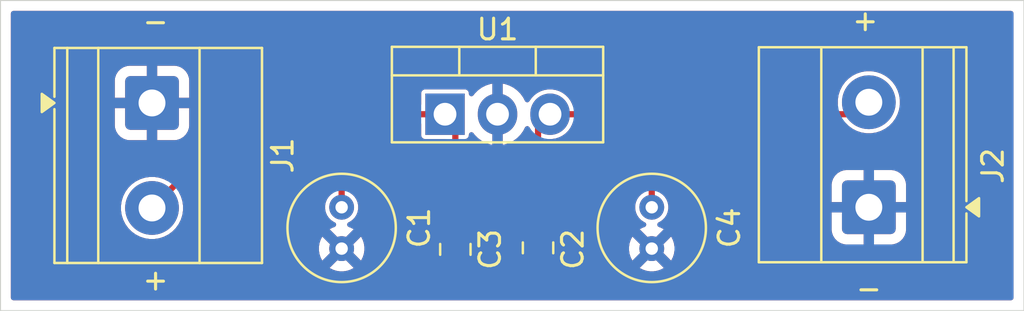
<source format=kicad_pcb>
(kicad_pcb (version 20241229) (generator "pcbnew") (generator_version "9.0")
  (layers (0 "F.Cu" signal) (2 "B.Cu" signal) (13 "F.Paste" user) (15 "B.Paste" user) (5 "F.SilkS" user "F.Silkscreen") (7 "B.SilkS" user "B.Silkscreen") (1 "F.Mask" user) (3 "B.Mask" user) (25 "Edge.Cuts" user))
  (net 0 "")
  (net 1 "Net-(J1-Pin_2)")
  (net 2 "GNDREF")
  (net 3 "Net-(J2-Pin_2)")
  (footprint "TerminalBlock_Phoenix:TerminalBlock_Phoenix_MKDS-1,5-2-5.08_1x02_P5.08mm_Horizontal" (layer "F.Cu") (at 164.5 95.5 90)
    (property "Reference" "J2" (at 2 6 90) (layer "F.SilkS"))
    (property "Value" "Vout")
    (fp_line (start 7.74 -5.32) (end 7.74 4.72) (stroke (width 0.12)) (layer "F.SilkS"))
    (fp_line (start -2.66 -5.32) (end 7.74 -5.32) (stroke (width 0.12)) (layer "F.SilkS"))
    (fp_line (start -2.66 -2.3) (end 7.74 -2.3) (stroke (width 0.12)) (layer "F.SilkS"))
    (fp_line (start -2.66 2.6) (end 7.74 2.6) (stroke (width 0.12)) (layer "F.SilkS"))
    (fp_line (start -2.66 4.1) (end 7.74 4.1) (stroke (width 0.12)) (layer "F.SilkS"))
    (fp_line (start 7.74 4.72) (end 0.3 4.72) (stroke (width 0.12)) (layer "F.SilkS"))
    (fp_line (start -0.3 4.72) (end -2.66 4.72) (stroke (width 0.12)) (layer "F.SilkS"))
    (fp_line (start -2.66 4.72) (end -2.66 -5.32) (stroke (width 0.12)) (layer "F.SilkS"))
    (fp_poly (pts (xy 0 4.72) (xy 0.44 5.33) (xy -0.44 5.33)) (stroke (width 0.12)) (fill yes) (layer "F.SilkS"))
    (pad "1" thru_hole roundrect (at 0 0 90) (size 2.6 2.6) (drill 1.3) (layers "*.Cu" "*.Mask") (roundrect_rratio 0.096154) (net 2 "GNDREF"))
    (pad "2" thru_hole circle (at 5.08 0 90) (size 2.6 2.6) (drill 1.3) (layers "*.Cu" "*.Mask") (net 3 "Net-(J2-Pin_2)"))
  )
  (footprint "Capacitor_THT:C_Radial_D5.0mm_H5.0mm_P2.00mm" (layer "F.Cu") (at 139 95.5 -90)
    (property "Reference" "C1" (at 1 -3.75 90) (layer "F.SilkS"))
    (property "Value" "47uF")
    (fp_circle (center 1 0) (end 3.62 0) (stroke (width 0.12)) (fill no) (layer "F.SilkS"))
    (pad "1" thru_hole circle (at 0 0 270) (size 1.2 1.2) (drill 0.6) (layers "*.Cu" "*.Mask") (net 1 "Net-(J1-Pin_2)"))
    (pad "2" thru_hole circle (at 2 0 270) (size 1.2 1.2) (drill 0.6) (layers "*.Cu" "*.Mask") (net 2 "GNDREF"))
  )
  (footprint "Capacitor_SMD:C_0805_2012Metric_Pad1.18x1.45mm_HandSolder" (layer "F.Cu") (at 148.5 97.4625 -90)
    (property "Reference" "C2" (at 0.075 -1.68 90) (layer "F.SilkS"))
    (property "Value" "0.1uF")
    (fp_line (start -0.261252 0.735) (end 0.261252 0.735) (stroke (width 0.12)) (layer "F.SilkS"))
    (fp_line (start -0.261252 -0.735) (end 0.261252 -0.735) (stroke (width 0.12)) (layer "F.SilkS"))
    (pad "1" smd roundrect (at -1.0375 0 270) (size 1.175 1.45) (layers "F.Cu" "F.Mask" "F.Paste") (roundrect_rratio 0.212766) (net 3 "Net-(J2-Pin_2)"))
    (pad "2" smd roundrect (at 1.0375 0 270) (size 1.175 1.45) (layers "F.Cu" "F.Mask" "F.Paste") (roundrect_rratio 0.212766) (net 2 "GNDREF"))
  )
  (footprint "Capacitor_SMD:C_0805_2012Metric_Pad1.18x1.45mm_HandSolder" (layer "F.Cu") (at 144.5 97.5375 -90)
    (property "Reference" "C3" (at 0 -1.68 90) (layer "F.SilkS"))
    (property "Value" "0.1uF")
    (fp_line (start -0.261252 0.735) (end 0.261252 0.735) (stroke (width 0.12)) (layer "F.SilkS"))
    (fp_line (start -0.261252 -0.735) (end 0.261252 -0.735) (stroke (width 0.12)) (layer "F.SilkS"))
    (pad "1" smd roundrect (at -1.0375 0 270) (size 1.175 1.45) (layers "F.Cu" "F.Mask" "F.Paste") (roundrect_rratio 0.212766) (net 1 "Net-(J1-Pin_2)"))
    (pad "2" smd roundrect (at 1.0375 0 270) (size 1.175 1.45) (layers "F.Cu" "F.Mask" "F.Paste") (roundrect_rratio 0.212766) (net 2 "GNDREF"))
  )
  (footprint "Package_TO_SOT_THT:TO-220-3_Vertical" (layer "F.Cu") (at 144 91)
    (property "Reference" "U1" (at 2.54 -4.1 0) (layer "F.SilkS"))
    (property "Value" "LM7805_TO220")
    (fp_line (start -2.57 -3.26) (end 7.65 -3.26) (stroke (width 0.12)) (layer "F.SilkS"))
    (fp_line (start -2.57 -1.88) (end 7.65 -1.88) (stroke (width 0.12)) (layer "F.SilkS"))
    (fp_line (start -2.57 1.36) (end -2.57 -3.26) (stroke (width 0.12)) (layer "F.SilkS"))
    (fp_line (start 0.69 -3.26) (end 0.69 -1.88) (stroke (width 0.12)) (layer "F.SilkS"))
    (fp_line (start 4.39 -3.26) (end 4.39 -1.88) (stroke (width 0.12)) (layer "F.SilkS"))
    (fp_line (start 7.65 -3.26) (end 7.65 1.36) (stroke (width 0.12)) (layer "F.SilkS"))
    (fp_line (start 7.65 1.36) (end -2.57 1.36) (stroke (width 0.12)) (layer "F.SilkS"))
    (pad "1" thru_hole rect (at 0 0) (size 1.905 2) (drill 1.1) (layers "*.Cu" "*.Mask") (net 1 "Net-(J1-Pin_2)"))
    (pad "2" thru_hole oval (at 2.54 0) (size 1.905 2) (drill 1.1) (layers "*.Cu" "*.Mask") (net 2 "GNDREF"))
    (pad "3" thru_hole oval (at 5.08 0) (size 1.905 2) (drill 1.1) (layers "*.Cu" "*.Mask") (net 3 "Net-(J2-Pin_2)"))
  )
  (footprint "TerminalBlock_Phoenix:TerminalBlock_Phoenix_MKDS-1,5-2-5.08_1x02_P5.08mm_Horizontal" (layer "F.Cu") (at 129.8275 90.455 -90)
    (property "Reference" "J1" (at 2.54 -6.32 90) (layer "F.SilkS"))
    (property "Value" "12V")
    (fp_line (start -2.66 4.72) (end -2.66 -5.32) (stroke (width 0.12)) (layer "F.SilkS"))
    (fp_line (start -0.3 4.72) (end -2.66 4.72) (stroke (width 0.12)) (layer "F.SilkS"))
    (fp_line (start 7.74 4.72) (end 0.3 4.72) (stroke (width 0.12)) (layer "F.SilkS"))
    (fp_line (start -2.66 4.1) (end 7.74 4.1) (stroke (width 0.12)) (layer "F.SilkS"))
    (fp_line (start -2.66 2.6) (end 7.74 2.6) (stroke (width 0.12)) (layer "F.SilkS"))
    (fp_line (start -2.66 -2.3) (end 7.74 -2.3) (stroke (width 0.12)) (layer "F.SilkS"))
    (fp_line (start -2.66 -5.32) (end 7.74 -5.32) (stroke (width 0.12)) (layer "F.SilkS"))
    (fp_line (start 7.74 -5.32) (end 7.74 4.72) (stroke (width 0.12)) (layer "F.SilkS"))
    (fp_poly (pts (xy 0 4.72) (xy 0.44 5.33) (xy -0.44 5.33)) (stroke (width 0.12)) (fill yes) (layer "F.SilkS"))
    (pad "1" thru_hole roundrect (at 0 0 270) (size 2.6 2.6) (drill 1.3) (layers "*.Cu" "*.Mask") (roundrect_rratio 0.096154) (net 2 "GNDREF"))
    (pad "2" thru_hole circle (at 5.08 0 270) (size 2.6 2.6) (drill 1.3) (layers "*.Cu" "*.Mask") (net 1 "Net-(J1-Pin_2)"))
  )
  (footprint "Capacitor_THT:C_Radial_D5.0mm_H5.0mm_P2.00mm" (layer "F.Cu") (at 154 95.5 -90)
    (property "Reference" "C4" (at 1 -3.75 90) (layer "F.SilkS"))
    (property "Value" "47uF")
    (fp_circle (center 1 0) (end 3.62 0) (stroke (width 0.12)) (fill no) (layer "F.SilkS"))
    (pad "1" thru_hole circle (at 0 0 270) (size 1.2 1.2) (drill 0.6) (layers "*.Cu" "*.Mask") (net 3 "Net-(J2-Pin_2)"))
    (pad "2" thru_hole circle (at 2 0 270) (size 1.2 1.2) (drill 0.6) (layers "*.Cu" "*.Mask") (net 2 "GNDREF"))
  )
  (gr_line (start 122.5 100.5) (end 172 100.5) (stroke (width 0.05)) (layer "Edge.Cuts"))
  (gr_line (start 122.5 85.5) (end 122.5 100.5) (stroke (width 0.05)) (layer "Edge.Cuts"))
  (gr_line (start 172 85.5) (end 122.5 85.5) (stroke (width 0.05)) (layer "Edge.Cuts"))
  (gr_line (start 172 100.5) (end 172 85.5) (stroke (width 0.05)) (layer "Edge.Cuts"))
  (gr_text "-\n" (at 130 86.5 0) (layer "F.SilkS") (effects (font (size 1 1))))
  (gr_text "+" (at 130 99 0) (layer "F.SilkS") (effects (font (size 1 1))))
  (gr_text "-\n" (at 164.5 99.42 0) (layer "F.SilkS") (effects (font (size 1 1))))
  (gr_text "+" (at 164.3275 86.455 0) (layer "F.SilkS") (effects (font (size 1 1))))
  (segment (start 144.5 91.5) (end 144 91) (width 0.3) (layer "F.Cu") (net 1))
  (segment (start 139 95.5) (end 139 91.5) (width 0.3) (layer "F.Cu") (net 1))
  (segment (start 134.3625 91) (end 129.8275 95.535) (width 0.3) (layer "F.Cu") (net 1))
  (segment (start 139 91.5) (end 138.5 91) (width 0.3) (layer "F.Cu") (net 1))
  (segment (start 138.5 91) (end 144 91) (width 0.3) (layer "F.Cu") (net 1))
  (segment (start 144.5 96.5) (end 144.5 91.5) (width 0.3) (layer "F.Cu") (net 1))
  (segment (start 138.5 91) (end 134.3625 91) (width 0.3) (layer "F.Cu") (net 1))
  (segment (start 154 95.5) (end 154 91.5) (width 0.3) (layer "F.Cu") (net 3))
  (segment (start 163.92 91) (end 164.5 90.42) (width 0.3) (layer "F.Cu") (net 3))
  (segment (start 149.08 91) (end 154.5 91) (width 0.3) (layer "F.Cu") (net 3))
  (segment (start 148.5 91.58) (end 149.08 91) (width 0.3) (layer "F.Cu") (net 3))
  (segment (start 154.5 91) (end 163.92 91) (width 0.3) (layer "F.Cu") (net 3))
  (segment (start 148.5 96.425) (end 148.5 91.58) (width 0.3) (layer "F.Cu") (net 3))
  (segment (start 154 91.5) (end 154.5 91) (width 0.3) (layer "F.Cu") (net 3))
  (zone (net 2) (net_name "GNDREF") (layers "F.Cu" "B.Cu") (connect_pads (clearance 0)) (min_thickness 0.25) (fill yes (thermal_gap 0.5) (thermal_bridge_width 0.5))
    (polygon (pts (xy 123 86) (xy 123 100) (xy 171.5 100) (xy 171.5 86)))
  )
)
</source>
